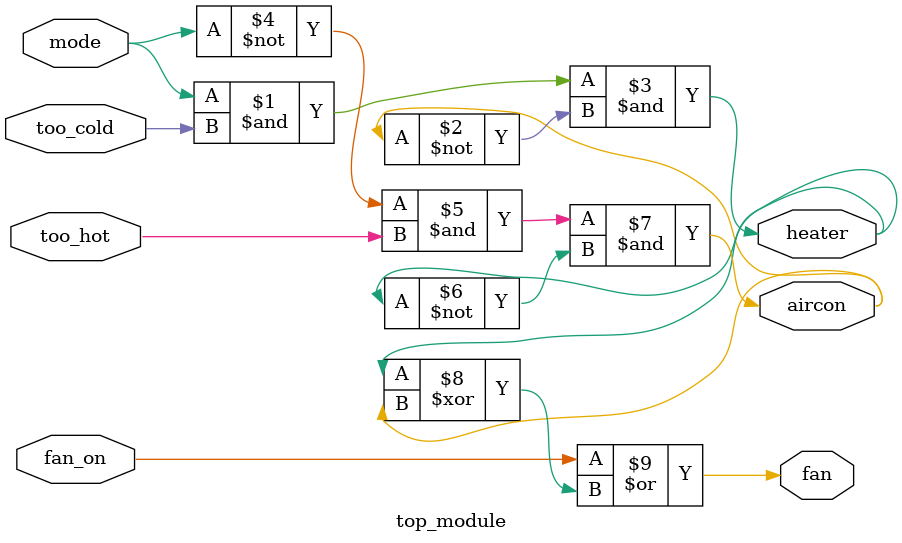
<source format=v>
module top_module (
    input   wire            too_cold    ,
    input   wire            too_hot     ,
    input   wire            mode        ,
    input   wire            fan_on      ,
    output  wire            heater      ,
    output  wire            aircon      ,
    output  wire            fan         
);

    assign heater = mode & too_cold & ~aircon;
    assign aircon = ~mode & too_hot & ~heater;
    assign fan = fan_on | (heater ^ aircon);

endmodule
</source>
